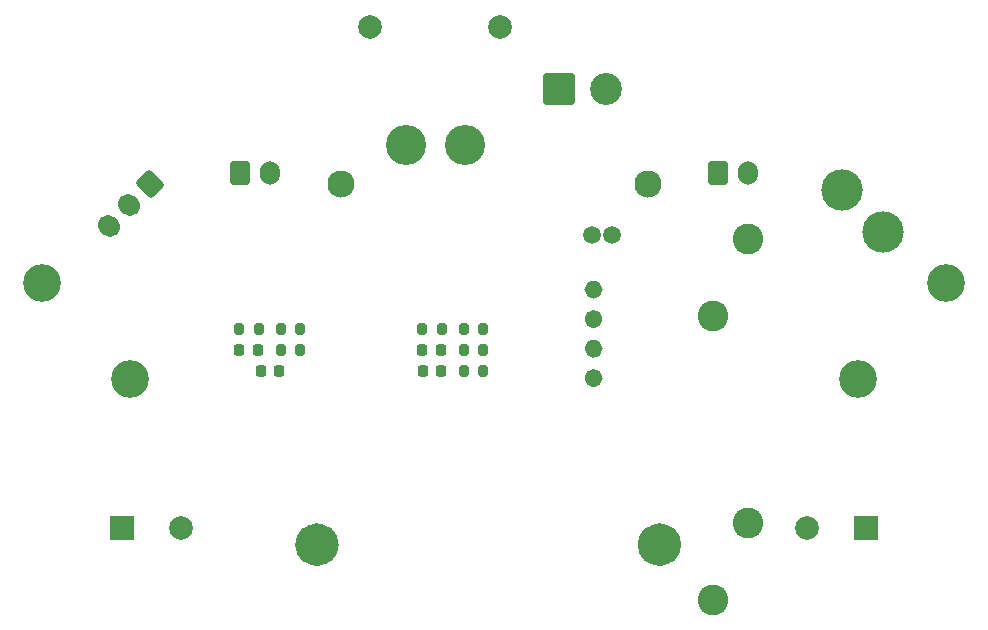
<source format=gbr>
%TF.GenerationSoftware,KiCad,Pcbnew,8.0.1*%
%TF.CreationDate,2024-07-17T22:23:48+09:00*%
%TF.ProjectId,Power-20240325,506f7765-722d-4323-9032-34303332352e,rev?*%
%TF.SameCoordinates,Original*%
%TF.FileFunction,Soldermask,Bot*%
%TF.FilePolarity,Negative*%
%FSLAX46Y46*%
G04 Gerber Fmt 4.6, Leading zero omitted, Abs format (unit mm)*
G04 Created by KiCad (PCBNEW 8.0.1) date 2024-07-17 22:23:48*
%MOMM*%
%LPD*%
G01*
G04 APERTURE LIST*
G04 Aperture macros list*
%AMRoundRect*
0 Rectangle with rounded corners*
0 $1 Rounding radius*
0 $2 $3 $4 $5 $6 $7 $8 $9 X,Y pos of 4 corners*
0 Add a 4 corners polygon primitive as box body*
4,1,4,$2,$3,$4,$5,$6,$7,$8,$9,$2,$3,0*
0 Add four circle primitives for the rounded corners*
1,1,$1+$1,$2,$3*
1,1,$1+$1,$4,$5*
1,1,$1+$1,$6,$7*
1,1,$1+$1,$8,$9*
0 Add four rect primitives between the rounded corners*
20,1,$1+$1,$2,$3,$4,$5,0*
20,1,$1+$1,$4,$5,$6,$7,0*
20,1,$1+$1,$6,$7,$8,$9,0*
20,1,$1+$1,$8,$9,$2,$3,0*%
%AMHorizOval*
0 Thick line with rounded ends*
0 $1 width*
0 $2 $3 position (X,Y) of the first rounded end (center of the circle)*
0 $4 $5 position (X,Y) of the second rounded end (center of the circle)*
0 Add line between two ends*
20,1,$1,$2,$3,$4,$5,0*
0 Add two circle primitives to create the rounded ends*
1,1,$1,$2,$3*
1,1,$1,$4,$5*%
G04 Aperture macros list end*
%ADD10C,1.825000*%
%ADD11C,0.775000*%
%ADD12C,3.200000*%
%ADD13C,3.500000*%
%ADD14C,2.300000*%
%ADD15C,1.500000*%
%ADD16C,2.600000*%
%ADD17RoundRect,0.250000X-0.088388X0.936916X-0.936916X0.088388X0.088388X-0.936916X0.936916X-0.088388X0*%
%ADD18HorizOval,1.700000X-0.088388X0.088388X0.088388X-0.088388X0*%
%ADD19RoundRect,0.200000X0.200000X0.275000X-0.200000X0.275000X-0.200000X-0.275000X0.200000X-0.275000X0*%
%ADD20RoundRect,0.225000X-0.225000X-0.250000X0.225000X-0.250000X0.225000X0.250000X-0.225000X0.250000X0*%
%ADD21RoundRect,0.200000X-0.200000X-0.275000X0.200000X-0.275000X0.200000X0.275000X-0.200000X0.275000X0*%
%ADD22RoundRect,0.250001X-1.099999X-1.099999X1.099999X-1.099999X1.099999X1.099999X-1.099999X1.099999X0*%
%ADD23C,2.700000*%
%ADD24R,2.000000X2.000000*%
%ADD25C,2.000000*%
%ADD26C,3.400000*%
%ADD27RoundRect,0.250000X-0.600000X-0.750000X0.600000X-0.750000X0.600000X0.750000X-0.600000X0.750000X0*%
%ADD28O,1.700000X2.000000*%
G04 APERTURE END LIST*
D10*
X14912499Y-50250000D02*
G75*
G02*
X13087499Y-50250000I-912500J0D01*
G01*
X13087499Y-50250000D02*
G75*
G02*
X14912499Y-50250000I912500J0D01*
G01*
D11*
X8807499Y-33650001D02*
G75*
G02*
X8032499Y-33650001I-387500J0D01*
G01*
X8032499Y-33650001D02*
G75*
G02*
X8807499Y-33650001I387500J0D01*
G01*
D10*
X-14087501Y-50249999D02*
G75*
G02*
X-15912501Y-50249999I-912500J0D01*
G01*
X-15912501Y-50249999D02*
G75*
G02*
X-14087501Y-50249999I912500J0D01*
G01*
D11*
X8807499Y-36150001D02*
G75*
G02*
X8032499Y-36150001I-387500J0D01*
G01*
X8032499Y-36150001D02*
G75*
G02*
X8807499Y-36150001I387500J0D01*
G01*
X8807499Y-31150001D02*
G75*
G02*
X8032499Y-31150001I-387500J0D01*
G01*
X8032499Y-31150001D02*
G75*
G02*
X8807499Y-31150001I387500J0D01*
G01*
X8807499Y-28650001D02*
G75*
G02*
X8032499Y-28650001I-387500J0D01*
G01*
X8032499Y-28650001D02*
G75*
G02*
X8807499Y-28650001I387500J0D01*
G01*
D12*
%TO.C,REF\u002A\u002A*%
X-38240191Y-28100181D03*
%TD*%
D13*
%TO.C,VIN*%
X32950170Y-23778968D03*
X29414636Y-20243434D03*
%TD*%
D12*
%TO.C,REF\u002A\u002A*%
X38240407Y-28100176D03*
%TD*%
%TO.C,REF\u002A\u002A*%
X-30831077Y-36247337D03*
%TD*%
D14*
%TO.C,+*%
X-13000000Y-19749999D03*
X13000000Y-19749999D03*
D15*
X10000000Y-23999999D03*
X8250000Y-23999999D03*
%TD*%
D16*
%TO.C,F1*%
X21500000Y-24400000D03*
X18500000Y-30900000D03*
X21500000Y-48400000D03*
X18500000Y-54900000D03*
%TD*%
D17*
%TO.C,MAIN*%
X-29101193Y-19703645D03*
D18*
X-30868960Y-21471412D03*
X-32636727Y-23239179D03*
%TD*%
D12*
%TO.C,REF\u002A\u002A*%
X30831218Y-36247337D03*
%TD*%
D19*
%TO.C,R4*%
X-925000Y-31999999D03*
X-2575000Y-31999999D03*
%TD*%
D20*
%TO.C,C2*%
X-21575000Y-33750000D03*
X-20025000Y-33750000D03*
%TD*%
D21*
%TO.C,R5*%
X-2575000Y-35500000D03*
X-925000Y-35500000D03*
%TD*%
%TO.C,R3*%
X-21575001Y-31999999D03*
X-19925001Y-31999999D03*
%TD*%
%TO.C,R7*%
X-6075001Y-31999999D03*
X-4425001Y-31999999D03*
%TD*%
%TO.C,R6*%
X-2575000Y-33750000D03*
X-925000Y-33750000D03*
%TD*%
D19*
%TO.C,R1*%
X-16425000Y-31999999D03*
X-18075000Y-31999999D03*
%TD*%
D21*
%TO.C,R2*%
X-18075000Y-33750000D03*
X-16425000Y-33750000D03*
%TD*%
D22*
%TO.C,LINE*%
X5499999Y-11650001D03*
D23*
X9459999Y-11650001D03*
%TD*%
D20*
%TO.C,C1*%
X-19775001Y-35500000D03*
X-18225001Y-35500000D03*
%TD*%
%TO.C,C3*%
X-6025001Y-35500000D03*
X-4475001Y-35500000D03*
%TD*%
D24*
%TO.C,C5*%
X-31486516Y-48818655D03*
D25*
X-26486516Y-48818655D03*
%TD*%
%TO.C,MD*%
X-10500000Y-6400000D03*
X500000Y-6400000D03*
D26*
X-7500000Y-16400000D03*
X-2500000Y-16400000D03*
%TD*%
D20*
%TO.C,C6*%
X-6075000Y-33750000D03*
X-4525000Y-33750000D03*
%TD*%
D24*
%TO.C,C4*%
X31486656Y-48818655D03*
D25*
X26486656Y-48818655D03*
%TD*%
D27*
%TO.C,J6*%
X19000000Y-18750000D03*
D28*
X21500000Y-18750000D03*
%TD*%
D27*
%TO.C,KICKER*%
X-21500001Y-18750000D03*
D28*
X-19000001Y-18750000D03*
%TD*%
M02*

</source>
